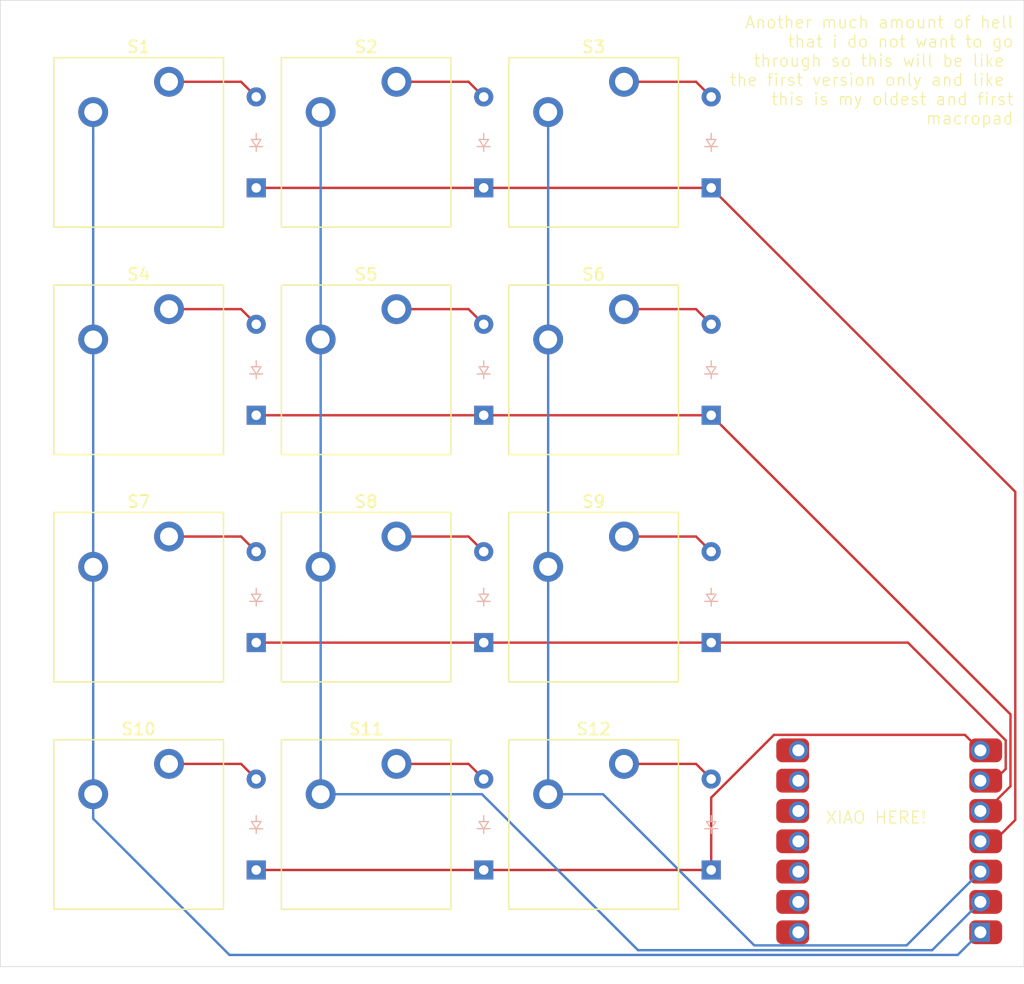
<source format=kicad_pcb>
(kicad_pcb (version 20240108) (generator "pcbnew") (generator_version "8.0")
  (layers (0 "F.Cu" signal) (31 "B.Cu" signal) (34 "B.Paste" user) (35 "F.Paste" user) (36 "B.SilkS" user "B.Silkscreen") (37 "F.SilkS" user "F.Silkscreen") (38 "B.Mask" user) (39 "F.Mask" user) (44 "Edge.Cuts" user))
  (net 0 "")
  (net 1 "Net-(D1-A)")
  (net 2 "Row 0")
  (net 3 "Row 1")
  (net 4 "Net-(D2-A)")
  (net 5 "Net-(D3-A)")
  (net 6 "Row 2")
  (net 7 "Net-(D4-A)")
  (net 8 "Net-(D5-A)")
  (net 9 "Net-(D6-A)")
  (net 10 "Net-(D7-A)")
  (net 11 "Net-(D8-A)")
  (net 12 "Net-(D9-A)")
  (net 13 "Net-(D10-A)")
  (net 14 "Net-(D11-A)")
  (net 15 "Net-(D12-A)")
  (net 16 "Row 3")
  (net 22 "Column 0")
  (net 23 "Column 1")
  (net 24 "Column 2")
  (footprint "ScottoKeebs_MX:MX_PCB_1.00u" (layer "F.Cu") (at 104.4575 66.675)
    (property "Reference" "S5" (at 0 -8 0) (layer "F.SilkS"))
    (property "Value" "Keyswitch")
    (fp_line (start -7.1 -7.1) (end -7.1 7.1) (stroke (width 0.12)) (layer "F.SilkS"))
    (fp_line (start -7.1 7.1) (end 7.1 7.1) (stroke (width 0.12)) (layer "F.SilkS"))
    (fp_line (start 7.1 -7.1) (end -7.1 -7.1) (stroke (width 0.12)) (layer "F.SilkS"))
    (fp_line (start 7.1 7.1) (end 7.1 -7.1) (stroke (width 0.12)) (layer "F.SilkS"))
    (pad "" np_thru_hole circle (at -5.08 0) (size 1.75 1.75) (drill 1.75) (layers "*.Cu" "*.Mask"))
    (pad "" np_thru_hole circle (at 0 0) (size 4 4) (drill 4) (layers "*.Cu" "*.Mask"))
    (pad "" np_thru_hole circle (at 5.08 0) (size 1.75 1.75) (drill 1.75) (layers "*.Cu" "*.Mask"))
    (pad "1" thru_hole circle (at -3.81 -2.54) (size 2.5 2.5) (drill 1.5) (layers "*.Cu" "*.Mask") (net 23 "Column 1"))
    (pad "2" thru_hole circle (at 2.54 -5.08) (size 2.5 2.5) (drill 1.5) (layers "*.Cu" "*.Mask") (net 8 "Net-(D5-A)"))
  )
  (footprint "ScottoKeebs_MX:MX_PCB_1.00u" (layer "F.Cu") (at 123.5075 47.625)
    (property "Reference" "S3" (at 0 -8 0) (layer "F.SilkS"))
    (property "Value" "Keyswitch")
    (fp_line (start -7.1 -7.1) (end -7.1 7.1) (stroke (width 0.12)) (layer "F.SilkS"))
    (fp_line (start -7.1 7.1) (end 7.1 7.1) (stroke (width 0.12)) (layer "F.SilkS"))
    (fp_line (start 7.1 -7.1) (end -7.1 -7.1) (stroke (width 0.12)) (layer "F.SilkS"))
    (fp_line (start 7.1 7.1) (end 7.1 -7.1) (stroke (width 0.12)) (layer "F.SilkS"))
    (pad "" np_thru_hole circle (at -5.08 0) (size 1.75 1.75) (drill 1.75) (layers "*.Cu" "*.Mask"))
    (pad "" np_thru_hole circle (at 0 0) (size 4 4) (drill 4) (layers "*.Cu" "*.Mask"))
    (pad "" np_thru_hole circle (at 5.08 0) (size 1.75 1.75) (drill 1.75) (layers "*.Cu" "*.Mask"))
    (pad "1" thru_hole circle (at -3.81 -2.54) (size 2.5 2.5) (drill 1.5) (layers "*.Cu" "*.Mask") (net 24 "Column 2"))
    (pad "2" thru_hole circle (at 2.54 -5.08) (size 2.5 2.5) (drill 1.5) (layers "*.Cu" "*.Mask") (net 5 "Net-(D3-A)"))
  )
  (footprint "ScottoKeebs_MCU:Seeed_XIAO_RP2040" (layer "F.Cu") (at 148.2725 106.18125 180)
    (property "Reference" "U1" (hide yes))
    (property "Value" "MCU_Seeed_XIAO_RP2040")
    (pad "1" smd roundrect (at -8.065 -7.62 180) (size 2.75 2) (layers "F.Cu" "F.Paste" "F.Mask") (net 22 "Column 0"))
    (pad "1" thru_hole rect (at -7.62 -7.62 270) (size 1.6 1.6) (drill 1) (layers "*.Cu" "*.Mask") (net 22 "Column 0"))
    (pad "2" smd roundrect (at -8.065 -5.08 180) (size 2.75 2) (layers "F.Cu" "F.Paste" "F.Mask") (net 23 "Column 1"))
    (pad "2" thru_hole circle (at -7.62 -5.08 270) (size 1.6 1.6) (drill 1) (layers "*.Cu" "*.Mask") (net 23 "Column 1"))
    (pad "3" smd roundrect (at -8.065 -2.54 180) (size 2.75 2) (layers "F.Cu" "F.Paste" "F.Mask") (net 24 "Column 2"))
    (pad "3" thru_hole circle (at -7.62 -2.54 270) (size 1.6 1.6) (drill 1) (layers "*.Cu" "*.Mask") (net 24 "Column 2"))
    (pad "4" smd roundrect (at -8.065 0 180) (size 2.75 2) (layers "F.Cu" "F.Paste" "F.Mask") (net 2 "Row 0"))
    (pad "4" thru_hole circle (at -7.62 0 270) (size 1.6 1.6) (drill 1) (layers "*.Cu" "*.Mask") (net 2 "Row 0"))
    (pad "5" smd roundrect (at -8.065 2.54 180) (size 2.75 2) (layers "F.Cu" "F.Paste" "F.Mask") (net 3 "Row 1"))
    (pad "5" thru_hole circle (at -7.62 2.54 270) (size 1.6 1.6) (drill 1) (layers "*.Cu" "*.Mask") (net 3 "Row 1"))
    (pad "6" smd roundrect (at -8.065 5.08 180) (size 2.75 2) (layers "F.Cu" "F.Paste" "F.Mask") (net 6 "Row 2"))
    (pad "6" thru_hole circle (at -7.62 5.08 270) (size 1.6 1.6) (drill 1) (layers "*.Cu" "*.Mask") (net 6 "Row 2"))
    (pad "7" smd roundrect (at -8.065 7.62 180) (size 2.75 2) (layers "F.Cu" "F.Paste" "F.Mask") (net 16 "Row 3"))
    (pad "7" thru_hole circle (at -7.62 7.62 270) (size 1.6 1.6) (drill 1) (layers "*.Cu" "*.Mask") (net 16 "Row 3"))
    (pad "8" thru_hole circle (at 7.62 7.62 270) (size 1.6 1.6) (drill 1) (layers "*.Cu" "*.Mask"))
    (pad "8" smd roundrect (at 8.1 7.62 180) (size 2.75 2) (layers "F.Cu" "F.Paste" "F.Mask"))
    (pad "9" thru_hole circle (at 7.62 5.08 270) (size 1.6 1.6) (drill 1) (layers "*.Cu" "*.Mask"))
    (pad "9" smd roundrect (at 8.1 5.08 180) (size 2.75 2) (layers "F.Cu" "F.Paste" "F.Mask"))
    (pad "10" thru_hole circle (at 7.62 2.54 270) (size 1.6 1.6) (drill 1) (layers "*.Cu" "*.Mask"))
    (pad "10" smd roundrect (at 8.1 2.54 180) (size 2.75 2) (layers "F.Cu" "F.Paste" "F.Mask"))
    (pad "11" thru_hole circle (at 7.62 0 270) (size 1.6 1.6) (drill 1) (layers "*.Cu" "*.Mask"))
    (pad "11" smd roundrect (at 8.1 0 180) (size 2.75 2) (layers "F.Cu" "F.Paste" "F.Mask"))
    (pad "12" thru_hole circle (at 7.62 -2.54 270) (size 1.6 1.6) (drill 1) (layers "*.Cu" "*.Mask"))
    (pad "12" smd roundrect (at 8.1 -2.54 180) (size 2.75 2) (layers "F.Cu" "F.Paste" "F.Mask"))
    (pad "13" thru_hole circle (at 7.62 -5.08 270) (size 1.6 1.6) (drill 1) (layers "*.Cu" "*.Mask"))
    (pad "13" smd roundrect (at 8.1 -5.08 180) (size 2.75 2) (layers "F.Cu" "F.Paste" "F.Mask"))
    (pad "14" thru_hole circle (at 7.62 -7.62 270) (size 1.6 1.6) (drill 1) (layers "*.Cu" "*.Mask"))
    (pad "14" smd roundrect (at 8.1 -7.62 180) (size 2.75 2) (layers "F.Cu" "F.Paste" "F.Mask"))
  )
  (footprint "ScottoKeebs_MX:MX_PCB_1.00u" (layer "F.Cu") (at 123.5075 66.675)
    (property "Reference" "S6" (at 0 -8 0) (layer "F.SilkS"))
    (property "Value" "Keyswitch")
    (fp_line (start -7.1 -7.1) (end -7.1 7.1) (stroke (width 0.12)) (layer "F.SilkS"))
    (fp_line (start -7.1 7.1) (end 7.1 7.1) (stroke (width 0.12)) (layer "F.SilkS"))
    (fp_line (start 7.1 -7.1) (end -7.1 -7.1) (stroke (width 0.12)) (layer "F.SilkS"))
    (fp_line (start 7.1 7.1) (end 7.1 -7.1) (stroke (width 0.12)) (layer "F.SilkS"))
    (pad "" np_thru_hole circle (at -5.08 0) (size 1.75 1.75) (drill 1.75) (layers "*.Cu" "*.Mask"))
    (pad "" np_thru_hole circle (at 0 0) (size 4 4) (drill 4) (layers "*.Cu" "*.Mask"))
    (pad "" np_thru_hole circle (at 5.08 0) (size 1.75 1.75) (drill 1.75) (layers "*.Cu" "*.Mask"))
    (pad "1" thru_hole circle (at -3.81 -2.54) (size 2.5 2.5) (drill 1.5) (layers "*.Cu" "*.Mask") (net 24 "Column 2"))
    (pad "2" thru_hole circle (at 2.54 -5.08) (size 2.5 2.5) (drill 1.5) (layers "*.Cu" "*.Mask") (net 9 "Net-(D6-A)"))
  )
  (footprint "ScottoKeebs_MX:MX_PCB_1.00u" (layer "F.Cu") (at 123.5075 85.725)
    (property "Reference" "S9" (at 0 -8 0) (layer "F.SilkS"))
    (property "Value" "Keyswitch")
    (fp_line (start -7.1 -7.1) (end -7.1 7.1) (stroke (width 0.12)) (layer "F.SilkS"))
    (fp_line (start -7.1 7.1) (end 7.1 7.1) (stroke (width 0.12)) (layer "F.SilkS"))
    (fp_line (start 7.1 -7.1) (end -7.1 -7.1) (stroke (width 0.12)) (layer "F.SilkS"))
    (fp_line (start 7.1 7.1) (end 7.1 -7.1) (stroke (width 0.12)) (layer "F.SilkS"))
    (pad "" np_thru_hole circle (at -5.08 0) (size 1.75 1.75) (drill 1.75) (layers "*.Cu" "*.Mask"))
    (pad "" np_thru_hole circle (at 0 0) (size 4 4) (drill 4) (layers "*.Cu" "*.Mask"))
    (pad "" np_thru_hole circle (at 5.08 0) (size 1.75 1.75) (drill 1.75) (layers "*.Cu" "*.Mask"))
    (pad "1" thru_hole circle (at -3.81 -2.54) (size 2.5 2.5) (drill 1.5) (layers "*.Cu" "*.Mask") (net 24 "Column 2"))
    (pad "2" thru_hole circle (at 2.54 -5.08) (size 2.5 2.5) (drill 1.5) (layers "*.Cu" "*.Mask") (net 12 "Net-(D9-A)"))
  )
  (footprint "ScottoKeebs_MX:MX_PCB_1.00u" (layer "F.Cu") (at 104.4575 85.725)
    (property "Reference" "S8" (at 0 -8 0) (layer "F.SilkS"))
    (property "Value" "Keyswitch")
    (fp_line (start -7.1 -7.1) (end -7.1 7.1) (stroke (width 0.12)) (layer "F.SilkS"))
    (fp_line (start -7.1 7.1) (end 7.1 7.1) (stroke (width 0.12)) (layer "F.SilkS"))
    (fp_line (start 7.1 -7.1) (end -7.1 -7.1) (stroke (width 0.12)) (layer "F.SilkS"))
    (fp_line (start 7.1 7.1) (end 7.1 -7.1) (stroke (width 0.12)) (layer "F.SilkS"))
    (pad "" np_thru_hole circle (at -5.08 0) (size 1.75 1.75) (drill 1.75) (layers "*.Cu" "*.Mask"))
    (pad "" np_thru_hole circle (at 0 0) (size 4 4) (drill 4) (layers "*.Cu" "*.Mask"))
    (pad "" np_thru_hole circle (at 5.08 0) (size 1.75 1.75) (drill 1.75) (layers "*.Cu" "*.Mask"))
    (pad "1" thru_hole circle (at -3.81 -2.54) (size 2.5 2.5) (drill 1.5) (layers "*.Cu" "*.Mask") (net 23 "Column 1"))
    (pad "2" thru_hole circle (at 2.54 -5.08) (size 2.5 2.5) (drill 1.5) (layers "*.Cu" "*.Mask") (net 11 "Net-(D8-A)"))
  )
  (footprint "ScottoKeebs_MX:MX_PCB_1.00u" (layer "F.Cu") (at 104.4575 104.775)
    (property "Reference" "S11" (at 0 -8 0) (layer "F.SilkS"))
    (property "Value" "Keyswitch")
    (fp_line (start -7.1 -7.1) (end -7.1 7.1) (stroke (width 0.12)) (layer "F.SilkS"))
    (fp_line (start -7.1 7.1) (end 7.1 7.1) (stroke (width 0.12)) (layer "F.SilkS"))
    (fp_line (start 7.1 -7.1) (end -7.1 -7.1) (stroke (width 0.12)) (layer "F.SilkS"))
    (fp_line (start 7.1 7.1) (end 7.1 -7.1) (stroke (width 0.12)) (layer "F.SilkS"))
    (pad "" np_thru_hole circle (at -5.08 0) (size 1.75 1.75) (drill 1.75) (layers "*.Cu" "*.Mask"))
    (pad "" np_thru_hole circle (at 0 0) (size 4 4) (drill 4) (layers "*.Cu" "*.Mask"))
    (pad "" np_thru_hole circle (at 5.08 0) (size 1.75 1.75) (drill 1.75) (layers "*.Cu" "*.Mask"))
    (pad "1" thru_hole circle (at -3.81 -2.54) (size 2.5 2.5) (drill 1.5) (layers "*.Cu" "*.Mask") (net 23 "Column 1"))
    (pad "2" thru_hole circle (at 2.54 -5.08) (size 2.5 2.5) (drill 1.5) (layers "*.Cu" "*.Mask") (net 14 "Net-(D11-A)"))
  )
  (footprint "ScottoKeebs_MX:MX_PCB_1.00u" (layer "F.Cu") (at 85.4075 104.775)
    (property "Reference" "S10" (at 0 -8 0) (layer "F.SilkS"))
    (property "Value" "Keyswitch")
    (fp_line (start -7.1 -7.1) (end -7.1 7.1) (stroke (width 0.12)) (layer "F.SilkS"))
    (fp_line (start -7.1 7.1) (end 7.1 7.1) (stroke (width 0.12)) (layer "F.SilkS"))
    (fp_line (start 7.1 -7.1) (end -7.1 -7.1) (stroke (width 0.12)) (layer "F.SilkS"))
    (fp_line (start 7.1 7.1) (end 7.1 -7.1) (stroke (width 0.12)) (layer "F.SilkS"))
    (pad "" np_thru_hole circle (at -5.08 0) (size 1.75 1.75) (drill 1.75) (layers "*.Cu" "*.Mask"))
    (pad "" np_thru_hole circle (at 0 0) (size 4 4) (drill 4) (layers "*.Cu" "*.Mask"))
    (pad "" np_thru_hole circle (at 5.08 0) (size 1.75 1.75) (drill 1.75) (layers "*.Cu" "*.Mask"))
    (pad "1" thru_hole circle (at -3.81 -2.54) (size 2.5 2.5) (drill 1.5) (layers "*.Cu" "*.Mask") (net 22 "Column 0"))
    (pad "2" thru_hole circle (at 2.54 -5.08) (size 2.5 2.5) (drill 1.5) (layers "*.Cu" "*.Mask") (net 13 "Net-(D10-A)"))
  )
  (footprint "ScottoKeebs_MX:MX_PCB_1.00u" (layer "F.Cu") (at 104.4575 47.625)
    (property "Reference" "S2" (at 0 -8 0) (layer "F.SilkS"))
    (property "Value" "Keyswitch")
    (fp_line (start -7.1 -7.1) (end -7.1 7.1) (stroke (width 0.12)) (layer "F.SilkS"))
    (fp_line (start -7.1 7.1) (end 7.1 7.1) (stroke (width 0.12)) (layer "F.SilkS"))
    (fp_line (start 7.1 -7.1) (end -7.1 -7.1) (stroke (width 0.12)) (layer "F.SilkS"))
    (fp_line (start 7.1 7.1) (end 7.1 -7.1) (stroke (width 0.12)) (layer "F.SilkS"))
    (pad "" np_thru_hole circle (at -5.08 0) (size 1.75 1.75) (drill 1.75) (layers "*.Cu" "*.Mask"))
    (pad "" np_thru_hole circle (at 0 0) (size 4 4) (drill 4) (layers "*.Cu" "*.Mask"))
    (pad "" np_thru_hole circle (at 5.08 0) (size 1.75 1.75) (drill 1.75) (layers "*.Cu" "*.Mask"))
    (pad "1" thru_hole circle (at -3.81 -2.54) (size 2.5 2.5) (drill 1.5) (layers "*.Cu" "*.Mask") (net 23 "Column 1"))
    (pad "2" thru_hole circle (at 2.54 -5.08) (size 2.5 2.5) (drill 1.5) (layers "*.Cu" "*.Mask") (net 4 "Net-(D2-A)"))
  )
  (footprint "ScottoKeebs_MX:MX_PCB_1.00u" (layer "F.Cu") (at 85.4075 47.625)
    (property "Reference" "S1" (at 0 -8 0) (layer "F.SilkS"))
    (property "Value" "Keyswitch")
    (fp_line (start -7.1 -7.1) (end -7.1 7.1) (stroke (width 0.12)) (layer "F.SilkS"))
    (fp_line (start -7.1 7.1) (end 7.1 7.1) (stroke (width 0.12)) (layer "F.SilkS"))
    (fp_line (start 7.1 -7.1) (end -7.1 -7.1) (stroke (width 0.12)) (layer "F.SilkS"))
    (fp_line (start 7.1 7.1) (end 7.1 -7.1) (stroke (width 0.12)) (layer "F.SilkS"))
    (pad "" np_thru_hole circle (at -5.08 0) (size 1.75 1.75) (drill 1.75) (layers "*.Cu" "*.Mask"))
    (pad "" np_thru_hole circle (at 0 0) (size 4 4) (drill 4) (layers "*.Cu" "*.Mask"))
    (pad "" np_thru_hole circle (at 5.08 0) (size 1.75 1.75) (drill 1.75) (layers "*.Cu" "*.Mask"))
    (pad "1" thru_hole circle (at -3.81 -2.54) (size 2.5 2.5) (drill 1.5) (layers "*.Cu" "*.Mask") (net 22 "Column 0"))
    (pad "2" thru_hole circle (at 2.54 -5.08) (size 2.5 2.5) (drill 1.5) (layers "*.Cu" "*.Mask") (net 1 "Net-(D1-A)"))
  )
  (footprint "ScottoKeebs_MX:MX_PCB_1.00u" (layer "F.Cu") (at 123.5075 104.775)
    (property "Reference" "S12" (at 0 -8 0) (layer "F.SilkS"))
    (property "Value" "Keyswitch")
    (fp_line (start -7.1 -7.1) (end -7.1 7.1) (stroke (width 0.12)) (layer "F.SilkS"))
    (fp_line (start -7.1 7.1) (end 7.1 7.1) (stroke (width 0.12)) (layer "F.SilkS"))
    (fp_line (start 7.1 -7.1) (end -7.1 -7.1) (stroke (width 0.12)) (layer "F.SilkS"))
    (fp_line (start 7.1 7.1) (end 7.1 -7.1) (stroke (width 0.12)) (layer "F.SilkS"))
    (pad "" np_thru_hole circle (at -5.08 0) (size 1.75 1.75) (drill 1.75) (layers "*.Cu" "*.Mask"))
    (pad "" np_thru_hole circle (at 0 0) (size 4 4) (drill 4) (layers "*.Cu" "*.Mask"))
    (pad "" np_thru_hole circle (at 5.08 0) (size 1.75 1.75) (drill 1.75) (layers "*.Cu" "*.Mask"))
    (pad "1" thru_hole circle (at -3.81 -2.54) (size 2.5 2.5) (drill 1.5) (layers "*.Cu" "*.Mask") (net 24 "Column 2"))
    (pad "2" thru_hole circle (at 2.54 -5.08) (size 2.5 2.5) (drill 1.5) (layers "*.Cu" "*.Mask") (net 15 "Net-(D12-A)"))
  )
  (footprint "ScottoKeebs_MX:MX_PCB_1.00u" (layer "F.Cu") (at 85.4075 85.725)
    (property "Reference" "S7" (at 0 -8 0) (layer "F.SilkS"))
    (property "Value" "Keyswitch")
    (fp_line (start -7.1 -7.1) (end -7.1 7.1) (stroke (width 0.12)) (layer "F.SilkS"))
    (fp_line (start -7.1 7.1) (end 7.1 7.1) (stroke (width 0.12)) (layer "F.SilkS"))
    (fp_line (start 7.1 -7.1) (end -7.1 -7.1) (stroke (width 0.12)) (layer "F.SilkS"))
    (fp_line (start 7.1 7.1) (end 7.1 -7.1) (stroke (width 0.12)) (layer "F.SilkS"))
    (pad "" np_thru_hole circle (at -5.08 0) (size 1.75 1.75) (drill 1.75) (layers "*.Cu" "*.Mask"))
    (pad "" np_thru_hole circle (at 0 0) (size 4 4) (drill 4) (layers "*.Cu" "*.Mask"))
    (pad "" np_thru_hole circle (at 5.08 0) (size 1.75 1.75) (drill 1.75) (layers "*.Cu" "*.Mask"))
    (pad "1" thru_hole circle (at -3.81 -2.54) (size 2.5 2.5) (drill 1.5) (layers "*.Cu" "*.Mask") (net 22 "Column 0"))
    (pad "2" thru_hole circle (at 2.54 -5.08) (size 2.5 2.5) (drill 1.5) (layers "*.Cu" "*.Mask") (net 10 "Net-(D7-A)"))
  )
  (footprint "ScottoKeebs_MX:MX_PCB_1.00u" (layer "F.Cu") (at 85.4075 66.675)
    (property "Reference" "S4" (at 0 -8 0) (layer "F.SilkS"))
    (property "Value" "Keyswitch")
    (fp_line (start -7.1 -7.1) (end -7.1 7.1) (stroke (width 0.12)) (layer "F.SilkS"))
    (fp_line (start -7.1 7.1) (end 7.1 7.1) (stroke (width 0.12)) (layer "F.SilkS"))
    (fp_line (start 7.1 -7.1) (end -7.1 -7.1) (stroke (width 0.12)) (layer "F.SilkS"))
    (fp_line (start 7.1 7.1) (end 7.1 -7.1) (stroke (width 0.12)) (layer "F.SilkS"))
    (pad "" np_thru_hole circle (at -5.08 0) (size 1.75 1.75) (drill 1.75) (layers "*.Cu" "*.Mask"))
    (pad "" np_thru_hole circle (at 0 0) (size 4 4) (drill 4) (layers "*.Cu" "*.Mask"))
    (pad "" np_thru_hole circle (at 5.08 0) (size 1.75 1.75) (drill 1.75) (layers "*.Cu" "*.Mask"))
    (pad "1" thru_hole circle (at -3.81 -2.54) (size 2.5 2.5) (drill 1.5) (layers "*.Cu" "*.Mask") (net 22 "Column 0"))
    (pad "2" thru_hole circle (at 2.54 -5.08) (size 2.5 2.5) (drill 1.5) (layers "*.Cu" "*.Mask") (net 7 "Net-(D4-A)"))
  )
  (footprint "ScottoKeebs_Components:Diode_DO-35" (layer "B.Cu") (at 133.35 89.535 90)
    (property "Reference" "D9" (hide yes))
    (property "Value" "Diode" (hide yes))
    (fp_line (start 3.46 -0.55) (end 3.46 0.55) (stroke (width 0.1)) (layer "B.SilkS"))
    (fp_line (start 4.06 -0.4) (end 4.06 0.4) (stroke (width 0.1)) (layer "B.SilkS"))
    (fp_line (start 4.56 0) (end 4.06 0) (stroke (width 0.1)) (layer "B.SilkS"))
    (fp_line (start 3.46 0) (end 4.06 -0.4) (stroke (width 0.1)) (layer "B.SilkS"))
    (fp_line (start 3.46 0) (end 3.06 0) (stroke (width 0.1)) (layer "B.SilkS"))
    (fp_line (start 4.06 0.4) (end 3.46 0) (stroke (width 0.1)) (layer "B.SilkS"))
    (pad "1" thru_hole rect (at 0 0 90) (size 1.6 1.6) (drill 0.8) (layers "*.Cu" "*.Mask") (net 6 "Row 2"))
    (pad "2" thru_hole oval (at 7.62 0 90) (size 1.6 1.6) (drill 0.8) (layers "*.Cu" "*.Mask") (net 12 "Net-(D9-A)"))
  )
  (footprint "ScottoKeebs_Components:Diode_DO-35" (layer "B.Cu") (at 95.25 108.585 90)
    (property "Reference" "D10" (hide yes))
    (property "Value" "Diode" (hide yes))
    (fp_line (start 3.46 -0.55) (end 3.46 0.55) (stroke (width 0.1)) (layer "B.SilkS"))
    (fp_line (start 4.06 -0.4) (end 4.06 0.4) (stroke (width 0.1)) (layer "B.SilkS"))
    (fp_line (start 4.56 0) (end 4.06 0) (stroke (width 0.1)) (layer "B.SilkS"))
    (fp_line (start 3.46 0) (end 4.06 -0.4) (stroke (width 0.1)) (layer "B.SilkS"))
    (fp_line (start 3.46 0) (end 3.06 0) (stroke (width 0.1)) (layer "B.SilkS"))
    (fp_line (start 4.06 0.4) (end 3.46 0) (stroke (width 0.1)) (layer "B.SilkS"))
    (pad "1" thru_hole rect (at 0 0 90) (size 1.6 1.6) (drill 0.8) (layers "*.Cu" "*.Mask") (net 16 "Row 3"))
    (pad "2" thru_hole oval (at 7.62 0 90) (size 1.6 1.6) (drill 0.8) (layers "*.Cu" "*.Mask") (net 13 "Net-(D10-A)"))
  )
  (footprint "ScottoKeebs_Components:Diode_DO-35" (layer "B.Cu") (at 133.35 51.435 90)
    (property "Reference" "D3" (hide yes))
    (property "Value" "Diode" (hide yes))
    (fp_line (start 3.46 -0.55) (end 3.46 0.55) (stroke (width 0.1)) (layer "B.SilkS"))
    (fp_line (start 4.06 -0.4) (end 4.06 0.4) (stroke (width 0.1)) (layer "B.SilkS"))
    (fp_line (start 4.56 0) (end 4.06 0) (stroke (width 0.1)) (layer "B.SilkS"))
    (fp_line (start 3.46 0) (end 4.06 -0.4) (stroke (width 0.1)) (layer "B.SilkS"))
    (fp_line (start 3.46 0) (end 3.06 0) (stroke (width 0.1)) (layer "B.SilkS"))
    (fp_line (start 4.06 0.4) (end 3.46 0) (stroke (width 0.1)) (layer "B.SilkS"))
    (pad "1" thru_hole rect (at 0 0 90) (size 1.6 1.6) (drill 0.8) (layers "*.Cu" "*.Mask") (net 2 "Row 0"))
    (pad "2" thru_hole oval (at 7.62 0 90) (size 1.6 1.6) (drill 0.8) (layers "*.Cu" "*.Mask") (net 5 "Net-(D3-A)"))
  )
  (footprint "ScottoKeebs_Components:Diode_DO-35" (layer "B.Cu") (at 114.3 108.585 90)
    (property "Reference" "D11" (hide yes))
    (property "Value" "Diode" (hide yes))
    (fp_line (start 3.46 -0.55) (end 3.46 0.55) (stroke (width 0.1)) (layer "B.SilkS"))
    (fp_line (start 4.06 -0.4) (end 4.06 0.4) (stroke (width 0.1)) (layer "B.SilkS"))
    (fp_line (start 4.56 0) (end 4.06 0) (stroke (width 0.1)) (layer "B.SilkS"))
    (fp_line (start 3.46 0) (end 4.06 -0.4) (stroke (width 0.1)) (layer "B.SilkS"))
    (fp_line (start 3.46 0) (end 3.06 0) (stroke (width 0.1)) (layer "B.SilkS"))
    (fp_line (start 4.06 0.4) (end 3.46 0) (stroke (width 0.1)) (layer "B.SilkS"))
    (pad "1" thru_hole rect (at 0 0 90) (size 1.6 1.6) (drill 0.8) (layers "*.Cu" "*.Mask") (net 16 "Row 3"))
    (pad "2" thru_hole oval (at 7.62 0 90) (size 1.6 1.6) (drill 0.8) (layers "*.Cu" "*.Mask") (net 14 "Net-(D11-A)"))
  )
  (footprint "ScottoKeebs_Components:Diode_DO-35" (layer "B.Cu") (at 114.3 89.535 90)
    (property "Reference" "D8" (hide yes))
    (property "Value" "Diode" (hide yes))
    (fp_line (start 3.46 -0.55) (end 3.46 0.55) (stroke (width 0.1)) (layer "B.SilkS"))
    (fp_line (start 4.06 -0.4) (end 4.06 0.4) (stroke (width 0.1)) (layer "B.SilkS"))
    (fp_line (start 4.56 0) (end 4.06 0) (stroke (width 0.1)) (layer "B.SilkS"))
    (fp_line (start 3.46 0) (end 4.06 -0.4) (stroke (width 0.1)) (layer "B.SilkS"))
    (fp_line (start 3.46 0) (end 3.06 0) (stroke (width 0.1)) (layer "B.SilkS"))
    (fp_line (start 4.06 0.4) (end 3.46 0) (stroke (width 0.1)) (layer "B.SilkS"))
    (pad "1" thru_hole rect (at 0 0 90) (size 1.6 1.6) (drill 0.8) (layers "*.Cu" "*.Mask") (net 6 "Row 2"))
    (pad "2" thru_hole oval (at 7.62 0 90) (size 1.6 1.6) (drill 0.8) (layers "*.Cu" "*.Mask") (net 11 "Net-(D8-A)"))
  )
  (footprint "ScottoKeebs_Components:Diode_DO-35" (layer "B.Cu") (at 95.25 70.485 90)
    (property "Reference" "D4" (hide yes))
    (property "Value" "Diode" (hide yes))
    (fp_line (start 3.46 -0.55) (end 3.46 0.55) (stroke (width 0.1)) (layer "B.SilkS"))
    (fp_line (start 4.06 -0.4) (end 4.06 0.4) (stroke (width 0.1)) (layer "B.SilkS"))
    (fp_line (start 4.56 0) (end 4.06 0) (stroke (width 0.1)) (layer "B.SilkS"))
    (fp_line (start 3.46 0) (end 4.06 -0.4) (stroke (width 0.1)) (layer "B.SilkS"))
    (fp_line (start 3.46 0) (end 3.06 0) (stroke (width 0.1)) (layer "B.SilkS"))
    (fp_line (start 4.06 0.4) (end 3.46 0) (stroke (width 0.1)) (layer "B.SilkS"))
    (pad "1" thru_hole rect (at 0 0 90) (size 1.6 1.6) (drill 0.8) (layers "*.Cu" "*.Mask") (net 3 "Row 1"))
    (pad "2" thru_hole oval (at 7.62 0 90) (size 1.6 1.6) (drill 0.8) (layers "*.Cu" "*.Mask") (net 7 "Net-(D4-A)"))
  )
  (footprint "ScottoKeebs_Components:Diode_DO-35" (layer "B.Cu") (at 95.25 51.435 90)
    (property "Reference" "D1" (hide yes))
    (property "Value" "Diode" (hide yes))
    (fp_line (start 3.46 -0.55) (end 3.46 0.55) (stroke (width 0.1)) (layer "B.SilkS"))
    (fp_line (start 4.06 -0.4) (end 4.06 0.4) (stroke (width 0.1)) (layer "B.SilkS"))
    (fp_line (start 4.56 0) (end 4.06 0) (stroke (width 0.1)) (layer "B.SilkS"))
    (fp_line (start 3.46 0) (end 4.06 -0.4) (stroke (width 0.1)) (layer "B.SilkS"))
    (fp_line (start 3.46 0) (end 3.06 0) (stroke (width 0.1)) (layer "B.SilkS"))
    (fp_line (start 4.06 0.4) (end 3.46 0) (stroke (width 0.1)) (layer "B.SilkS"))
    (pad "1" thru_hole rect (at 0 0 90) (size 1.6 1.6) (drill 0.8) (layers "*.Cu" "*.Mask") (net 2 "Row 0"))
    (pad "2" thru_hole oval (at 7.62 0 90) (size 1.6 1.6) (drill 0.8) (layers "*.Cu" "*.Mask") (net 1 "Net-(D1-A)"))
  )
  (footprint "ScottoKeebs_Components:Diode_DO-35" (layer "B.Cu") (at 114.3 51.435 90)
    (property "Reference" "D2" (hide yes))
    (property "Value" "Diode" (hide yes))
    (fp_line (start 3.46 -0.55) (end 3.46 0.55) (stroke (width 0.1)) (layer "B.SilkS"))
    (fp_line (start 4.06 -0.4) (end 4.06 0.4) (stroke (width 0.1)) (layer "B.SilkS"))
    (fp_line (start 4.56 0) (end 4.06 0) (stroke (width 0.1)) (layer "B.SilkS"))
    (fp_line (start 3.46 0) (end 4.06 -0.4) (stroke (width 0.1)) (layer "B.SilkS"))
    (fp_line (start 3.46 0) (end 3.06 0) (stroke (width 0.1)) (layer "B.SilkS"))
    (fp_line (start 4.06 0.4) (end 3.46 0) (stroke (width 0.1)) (layer "B.SilkS"))
    (pad "1" thru_hole rect (at 0 0 90) (size 1.6 1.6) (drill 0.8) (layers "*.Cu" "*.Mask") (net 2 "Row 0"))
    (pad "2" thru_hole oval (at 7.62 0 90) (size 1.6 1.6) (drill 0.8) (layers "*.Cu" "*.Mask") (net 4 "Net-(D2-A)"))
  )
  (footprint "ScottoKeebs_Components:Diode_DO-35" (layer "B.Cu") (at 114.3 70.485 90)
    (property "Reference" "D5" (hide yes))
    (property "Value" "Diode" (hide yes))
    (fp_line (start 3.46 -0.55) (end 3.46 0.55) (stroke (width 0.1)) (layer "B.SilkS"))
    (fp_line (start 4.06 -0.4) (end 4.06 0.4) (stroke (width 0.1)) (layer "B.SilkS"))
    (fp_line (start 4.56 0) (end 4.06 0) (stroke (width 0.1)) (layer "B.SilkS"))
    (fp_line (start 3.46 0) (end 4.06 -0.4) (stroke (width 0.1)) (layer "B.SilkS"))
    (fp_line (start 3.46 0) (end 3.06 0) (stroke (width 0.1)) (layer "B.SilkS"))
    (fp_line (start 4.06 0.4) (end 3.46 0) (stroke (width 0.1)) (layer "B.SilkS"))
    (pad "1" thru_hole rect (at 0 0 90) (size 1.6 1.6) (drill 0.8) (layers "*.Cu" "*.Mask") (net 3 "Row 1"))
    (pad "2" thru_hole oval (at 7.62 0 90) (size 1.6 1.6) (drill 0.8) (layers "*.Cu" "*.Mask") (net 8 "Net-(D5-A)"))
  )
  (footprint "ScottoKeebs_Components:Diode_DO-35" (layer "B.Cu") (at 133.35 108.585 90)
    (property "Reference" "D12" (hide yes))
    (property "Value" "Diode" (hide yes))
    (fp_line (start 3.46 -0.55) (end 3.46 0.55) (stroke (width 0.1)) (layer "B.SilkS"))
    (fp_line (start 4.06 -0.4) (end 4.06 0.4) (stroke (width 0.1)) (layer "B.SilkS"))
    (fp_line (start 4.56 0) (end 4.06 0) (stroke (width 0.1)) (layer "B.SilkS"))
    (fp_line (start 3.46 0) (end 4.06 -0.4) (stroke (width 0.1)) (layer "B.SilkS"))
    (fp_line (start 3.46 0) (end 3.06 0) (stroke (width 0.1)) (layer "B.SilkS"))
    (fp_line (start 4.06 0.4) (end 3.46 0) (stroke (width 0.1)) (layer "B.SilkS"))
    (pad "1" thru_hole rect (at 0 0 90) (size 1.6 1.6) (drill 0.8) (layers "*.Cu" "*.Mask") (net 16 "Row 3"))
    (pad "2" thru_hole oval (at 7.62 0 90) (size 1.6 1.6) (drill 0.8) (layers "*.Cu" "*.Mask") (net 15 "Net-(D12-A)"))
  )
  (footprint "ScottoKeebs_Components:Diode_DO-35" (layer "B.Cu") (at 95.25 89.535 90)
    (property "Reference" "D7" (hide yes))
    (property "Value" "Diode" (hide yes))
    (fp_line (start 3.46 -0.55) (end 3.46 0.55) (stroke (width 0.1)) (layer "B.SilkS"))
    (fp_line (start 4.06 -0.4) (end 4.06 0.4) (stroke (width 0.1)) (layer "B.SilkS"))
    (fp_line (start 4.56 0) (end 4.06 0) (stroke (width 0.1)) (layer "B.SilkS"))
    (fp_line (start 3.46 0) (end 4.06 -0.4) (stroke (width 0.1)) (layer "B.SilkS"))
    (fp_line (start 3.46 0) (end 3.06 0) (stroke (width 0.1)) (layer "B.SilkS"))
    (fp_line (start 4.06 0.4) (end 3.46 0) (stroke (width 0.1)) (layer "B.SilkS"))
    (pad "1" thru_hole rect (at 0 0 90) (size 1.6 1.6) (drill 0.8) (layers "*.Cu" "*.Mask") (net 6 "Row 2"))
    (pad "2" thru_hole oval (at 7.62 0 90) (size 1.6 1.6) (drill 0.8) (layers "*.Cu" "*.Mask") (net 10 "Net-(D7-A)"))
  )
  (footprint "ScottoKeebs_Components:Diode_DO-35" (layer "B.Cu") (at 133.35 70.485 90)
    (property "Reference" "D6" (hide yes))
    (property "Value" "Diode" (hide yes))
    (fp_line (start 3.46 -0.55) (end 3.46 0.55) (stroke (width 0.1)) (layer "B.SilkS"))
    (fp_line (start 4.06 -0.4) (end 4.06 0.4) (stroke (width 0.1)) (layer "B.SilkS"))
    (fp_line (start 4.56 0) (end 4.06 0) (stroke (width 0.1)) (layer "B.SilkS"))
    (fp_line (start 3.46 0) (end 4.06 -0.4) (stroke (width 0.1)) (layer "B.SilkS"))
    (fp_line (start 3.46 0) (end 3.06 0) (stroke (width 0.1)) (layer "B.SilkS"))
    (fp_line (start 4.06 0.4) (end 3.46 0) (stroke (width 0.1)) (layer "B.SilkS"))
    (pad "1" thru_hole rect (at 0 0 90) (size 1.6 1.6) (drill 0.8) (layers "*.Cu" "*.Mask") (net 3 "Row 1"))
    (pad "2" thru_hole oval (at 7.62 0 90) (size 1.6 1.6) (drill 0.8) (layers "*.Cu" "*.Mask") (net 9 "Net-(D6-A)"))
  )
  (gr_rect (start 73.81875 35.71875) (end 159.54375 116.68125) (stroke (width 0.05)) (fill none) (layer "Edge.Cuts"))
  (gr_text "XIAO HERE!" (at 142.875 104.775 0) (layer "F.SilkS") (effects (font (size 1 1) (thickness 0.1)) (justify left bottom)))
  (gr_text " Another much amount of hell\n that i do not want to go\n through so this will be like \n the first version only and like \n this is my oldest and first\n macropad" (at 158.725 46.19375 0) (layer "F.SilkS") (effects (font (size 1 1) (thickness 0.1)) (justify right bottom)))
  (segment (start 93.98 42.545) (end 95.25 43.815) (width 0.2) (layer "F.Cu") (net 1))
  (segment (start 87.9475 42.545) (end 93.98 42.545) (width 0.2) (layer "F.Cu") (net 1))
  (segment (start 95.25 51.435) (end 114.3 51.435) (width 0.2) (layer "F.Cu") (net 2))
  (segment (start 158.8125 104.39262) (end 157.02387 106.18125) (width 0.2) (layer "F.Cu") (net 2))
  (segment (start 157.02387 106.18125) (end 155.8925 106.18125) (width 0.2) (layer "F.Cu") (net 2))
  (segment (start 114.3 51.435) (end 133.35 51.435) (width 0.2) (layer "F.Cu") (net 2))
  (segment (start 133.35 51.435) (end 158.8125 76.8975) (width 0.2) (layer "F.Cu") (net 2))
  (segment (start 158.8125 76.8975) (end 158.8125 104.39262) (width 0.2) (layer "F.Cu") (net 2))
  (segment (start 133.35 70.485) (end 158.4125 95.5475) (width 0.2) (layer "F.Cu") (net 3))
  (segment (start 158.4125 101.56625) (end 156.3375 103.64125) (width 0.2) (layer "F.Cu") (net 3))
  (segment (start 114.3 70.485) (end 133.35 70.485) (width 0.2) (layer "F.Cu") (net 3))
  (segment (start 95.25 70.485) (end 114.3 70.485) (width 0.2) (layer "F.Cu") (net 3))
  (segment (start 158.4125 95.5475) (end 158.4125 101.56625) (width 0.2) (layer "F.Cu") (net 3))
  (segment (start 156.3375 103.64125) (end 155.8925 103.64125) (width 0.2) (layer "F.Cu") (net 3))
  (segment (start 113.03 42.545) (end 114.3 43.815) (width 0.2) (layer "F.Cu") (net 4))
  (segment (start 106.9975 42.545) (end 113.03 42.545) (width 0.2) (layer "F.Cu") (net 4))
  (segment (start 126.0475 42.545) (end 132.08 42.545) (width 0.2) (layer "F.Cu") (net 5))
  (segment (start 132.08 42.545) (end 133.35 43.815) (width 0.2) (layer "F.Cu") (net 5))
  (segment (start 158.0125 97.722608) (end 158.0125 100.11262) (width 0.2) (layer "F.Cu") (net 6))
  (segment (start 157.02387 101.10125) (end 155.8925 101.10125) (width 0.2) (layer "F.Cu") (net 6))
  (segment (start 133.35 89.535) (end 149.824892 89.535) (width 0.2) (layer "F.Cu") (net 6))
  (segment (start 95.25 89.535) (end 114.3 89.535) (width 0.2) (layer "F.Cu") (net 6))
  (segment (start 114.3 89.535) (end 133.35 89.535) (width 0.2) (layer "F.Cu") (net 6))
  (segment (start 149.824892 89.535) (end 158.0125 97.722608) (width 0.2) (layer "F.Cu") (net 6))
  (segment (start 158.0125 100.11262) (end 157.02387 101.10125) (width 0.2) (layer "F.Cu") (net 6))
  (segment (start 93.98 61.595) (end 95.25 62.865) (width 0.2) (layer "F.Cu") (net 7))
  (segment (start 87.9475 61.595) (end 93.98 61.595) (width 0.2) (layer "F.Cu") (net 7))
  (segment (start 113.03 61.595) (end 114.3 62.865) (width 0.2) (layer "F.Cu") (net 8))
  (segment (start 106.9975 61.595) (end 113.03 61.595) (width 0.2) (layer "F.Cu") (net 8))
  (segment (start 126.0475 61.595) (end 132.08 61.595) (width 0.2) (layer "F.Cu") (net 9))
  (segment (start 132.08 61.595) (end 133.35 62.865) (width 0.2) (layer "F.Cu") (net 9))
  (segment (start 87.9475 80.645) (end 93.98 80.645) (width 0.2) (layer "F.Cu") (net 10))
  (segment (start 93.98 80.645) (end 95.25 81.915) (width 0.2) (layer "F.Cu") (net 10))
  (segment (start 106.9975 80.645) (end 113.03 80.645) (width 0.2) (layer "F.Cu") (net 11))
  (segment (start 113.03 80.645) (end 114.3 81.915) (width 0.2) (layer "F.Cu") (net 11))
  (segment (start 132.08 80.645) (end 133.35 81.915) (width 0.2) (layer "F.Cu") (net 12))
  (segment (start 126.0475 80.645) (end 132.08 80.645) (width 0.2) (layer "F.Cu") (net 12))
  (segment (start 93.98 99.695) (end 95.25 100.965) (width 0.2) (layer "F.Cu") (net 13))
  (segment (start 87.9475 99.695) (end 93.98 99.695) (width 0.2) (layer "F.Cu") (net 13))
  (segment (start 113.03 99.695) (end 114.3 100.965) (width 0.2) (layer "F.Cu") (net 14))
  (segment (start 106.9975 99.695) (end 113.03 99.695) (width 0.2) (layer "F.Cu") (net 14))
  (segment (start 132.08 99.695) (end 133.35 100.965) (width 0.2) (layer "F.Cu") (net 15))
  (segment (start 126.0475 99.695) (end 132.08 99.695) (width 0.2) (layer "F.Cu") (net 15))
  (segment (start 95.25 108.585) (end 114.3 108.585) (width 0.2) (layer "F.Cu") (net 16))
  (segment (start 133.35 108.585) (end 133.35 102.520635) (width 0.2) (layer "F.Cu") (net 16))
  (segment (start 133.35 102.520635) (end 138.609385 97.26125) (width 0.2) (layer "F.Cu") (net 16))
  (segment (start 154.5925 97.26125) (end 155.8925 98.56125) (width 0.2) (layer "F.Cu") (net 16))
  (segment (start 114.3 108.585) (end 133.35 108.585) (width 0.2) (layer "F.Cu") (net 16))
  (segment (start 138.609385 97.26125) (end 154.5925 97.26125) (width 0.2) (layer "F.Cu") (net 16))
  (segment (start 93.010348 115.70125) (end 153.9925 115.70125) (width 0.2) (layer "B.Cu") (net 22))
  (segment (start 153.9925 115.70125) (end 155.8925 113.80125) (width 0.2) (layer "B.Cu") (net 22))
  (segment (start 81.5975 104.288402) (end 93.010348 115.70125) (width 0.2) (layer "B.Cu") (net 22))
  (segment (start 81.5975 45.085) (end 81.5975 64.135) (width 0.2) (layer "B.Cu") (net 22))
  (segment (start 81.5975 102.235) (end 81.5975 104.288402) (width 0.2) (layer "B.Cu") (net 22))
  (segment (start 81.5975 83.185) (end 81.5975 102.235) (width 0.2) (layer "B.Cu") (net 22))
  (segment (start 81.5975 64.135) (end 81.5975 83.185) (width 0.2) (layer "B.Cu") (net 22))
  (segment (start 127.221338 115.30125) (end 151.8525 115.30125) (width 0.2) (layer "B.Cu") (net 23))
  (segment (start 100.6475 102.235) (end 114.155088 102.235) (width 0.2) (layer "B.Cu") (net 23))
  (segment (start 100.6475 64.135) (end 100.6475 83.185) (width 0.2) (layer "B.Cu") (net 23))
  (segment (start 114.155088 102.235) (end 127.221338 115.30125) (width 0.2) (layer "B.Cu") (net 23))
  (segment (start 100.6475 45.085) (end 100.6475 64.135) (width 0.2) (layer "B.Cu") (net 23))
  (segment (start 151.8525 115.30125) (end 155.8925 111.26125) (width 0.2) (layer "B.Cu") (net 23))
  (segment (start 100.6475 83.185) (end 100.6475 102.235) (width 0.2) (layer "B.Cu") (net 23))
  (segment (start 119.6975 64.135) (end 119.6975 83.185) (width 0.2) (layer "B.Cu") (net 24))
  (segment (start 124.290902 102.235) (end 136.957152 114.90125) (width 0.2) (layer "B.Cu") (net 24))
  (segment (start 149.7125 114.90125) (end 155.8925 108.72125) (width 0.2) (layer "B.Cu") (net 24))
  (segment (start 119.6975 83.185) (end 119.6975 102.235) (width 0.2) (layer "B.Cu") (net 24))
  (segment (start 119.6975 45.085) (end 119.6975 64.135) (width 0.2) (layer "B.Cu") (net 24))
  (segment (start 136.957152 114.90125) (end 149.7125 114.90125) (width 0.2) (layer "B.Cu") (net 24))
  (segment (start 119.6975 102.235) (end 124.290902 102.235) (width 0.2) (layer "B.Cu") (net 24))
)
</source>
